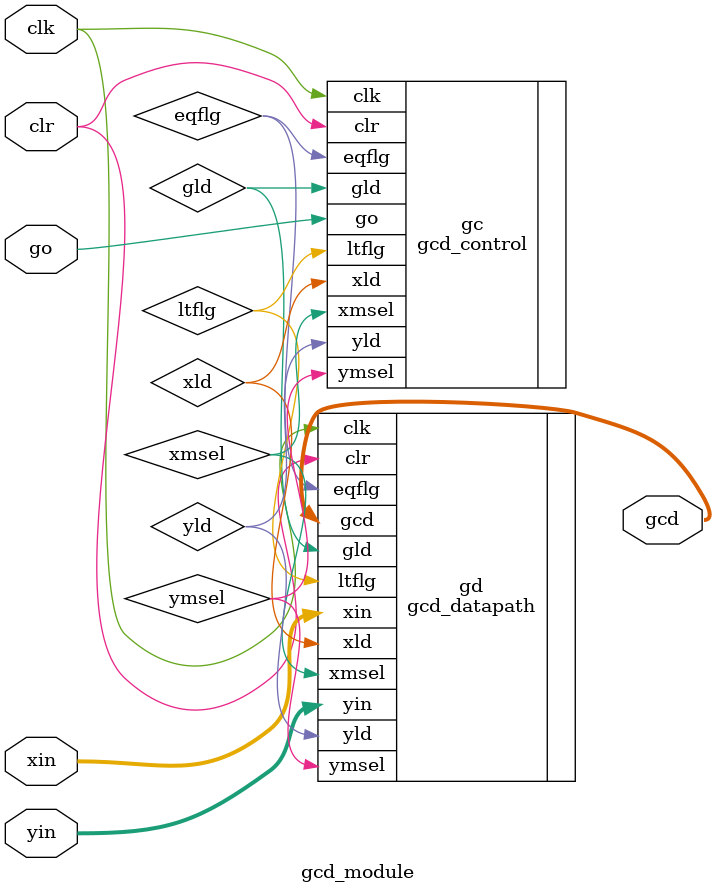
<source format=v>
module gcd_module(
		input clk,
		input clr,
		input go,
		input [3:0] xin,
		input [3:0] yin,
		output [3:0] gcd);
	wire xmsel,ymsel,xld,yld,gld,eqflg,ltflg;
	gcd_datapath gd(.clk(clk),
			          .clr(clr),
						 .xmsel(xmsel),
						 .ymsel(ymsel),
						 .xld(xld),
						 .yld(yld),
						 .gld(gld),
						 .xin(xin),
						 .yin(yin),
						 .eqflg(eqflg),
						 .ltflg(ltflg),
						 .gcd(gcd)
						 );
	gcd_control gc(.clk(clk),
						.clr(clr),
						.go(go),
						.eqflg(eqflg),
						.ltflg(ltflg),
						.xmsel(xmsel),
						.ymsel(ymsel),
						.xld(xld),
						.yld(yld),
						.gld(gld)
						);
endmodule

</source>
